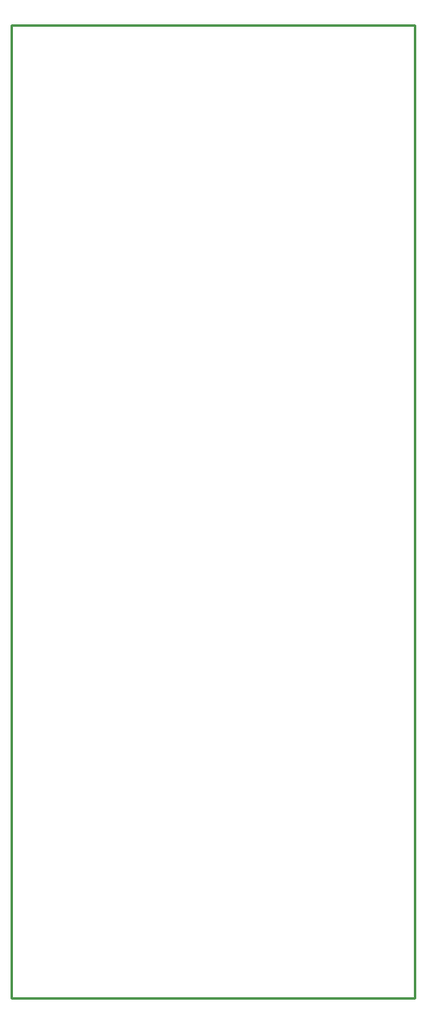
<source format=gbr>
%TF.GenerationSoftware,Altium Limited,Altium Designer,19.1.8 (144)*%
G04 Layer_Color=16711935*
%FSLAX26Y26*%
%MOIN*%
%TF.FileFunction,Other,Mechanical_1*%
%TF.Part,Single*%
G01*
G75*
%TA.AperFunction,NonConductor*%
%ADD33C,0.010000*%
D33*
X0Y0D02*
X1660000D01*
Y4000000D01*
X0D02*
X1660000D01*
X0Y0D02*
Y4000000D01*
%TF.MD5,0c92b5cbebc0943208dd6f889745ffb5*%
M02*

</source>
